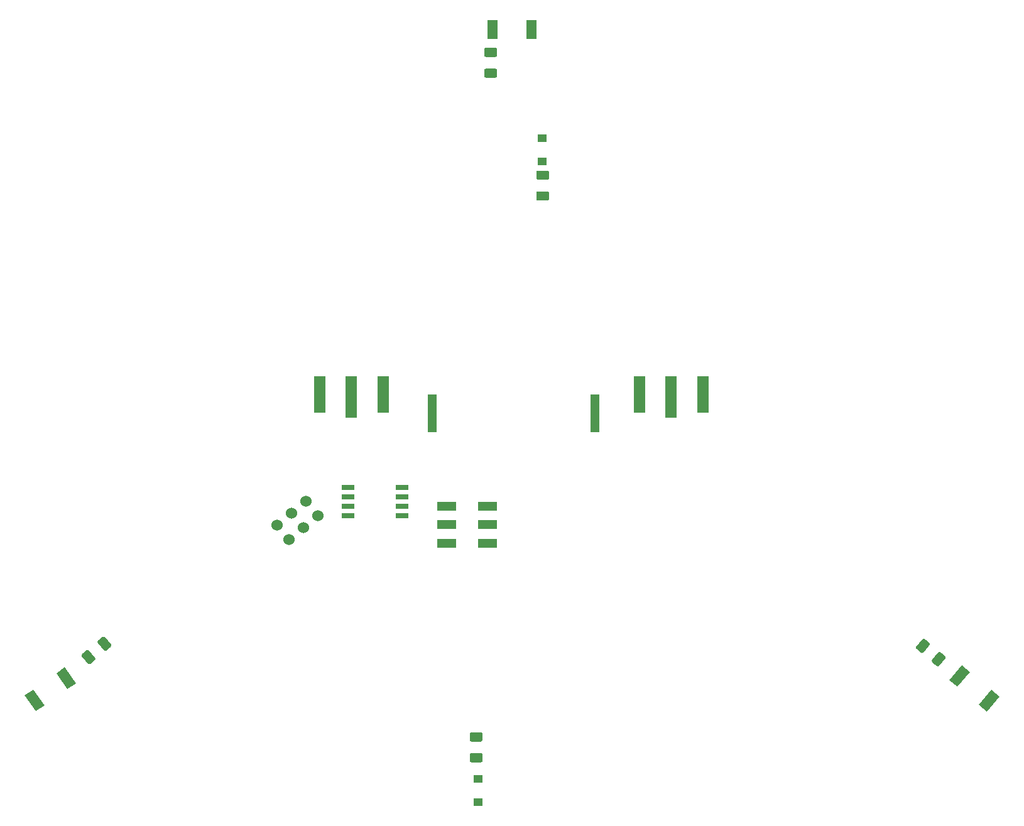
<source format=gbp>
%TF.GenerationSoftware,KiCad,Pcbnew,5.1.6-c6e7f7d~86~ubuntu18.04.1*%
%TF.CreationDate,2020-06-23T08:01:43-04:00*%
%TF.ProjectId,aerospace_badge,6165726f-7370-4616-9365-5f6261646765,V02*%
%TF.SameCoordinates,Original*%
%TF.FileFunction,Paste,Bot*%
%TF.FilePolarity,Positive*%
%FSLAX46Y46*%
G04 Gerber Fmt 4.6, Leading zero omitted, Abs format (unit mm)*
G04 Created by KiCad (PCBNEW 5.1.6-c6e7f7d~86~ubuntu18.04.1) date 2020-06-23 08:01:43*
%MOMM*%
%LPD*%
G01*
G04 APERTURE LIST*
%ADD10C,1.524000*%
%ADD11R,2.500000X1.200000*%
%ADD12R,1.400000X2.600000*%
%ADD13C,0.100000*%
%ADD14R,1.270000X5.080000*%
%ADD15R,1.600000X4.900000*%
%ADD16R,1.600000X5.600000*%
%ADD17R,1.700000X0.650000*%
%ADD18R,1.250000X1.080000*%
G04 APERTURE END LIST*
D10*
%TO.C,J3*%
X122269093Y-92240696D03*
X120636413Y-90294943D03*
X120323340Y-93873376D03*
X118690660Y-91927624D03*
X118377587Y-95506057D03*
X116744907Y-93560304D03*
%TD*%
D11*
%TO.C,SW1*%
X145110200Y-90961200D03*
X145110200Y-93461200D03*
X145110200Y-95961200D03*
X139610200Y-90961200D03*
X139610200Y-93461200D03*
X139610200Y-95961200D03*
%TD*%
D12*
%TO.C,D1*%
X150986800Y-26720800D03*
X145786800Y-26720800D03*
%TD*%
D13*
%TO.C,D3*%
G36*
X84220843Y-118623901D02*
G01*
X82729544Y-116494106D01*
X83876357Y-115691099D01*
X85367656Y-117820894D01*
X84220843Y-118623901D01*
G37*
G36*
X88480433Y-115641303D02*
G01*
X86989134Y-113511508D01*
X88135947Y-112708501D01*
X89627246Y-114838296D01*
X88480433Y-115641303D01*
G37*
%TD*%
%TO.C,D2*%
G36*
X210098539Y-113314746D02*
G01*
X208427291Y-115306461D01*
X207354829Y-114406558D01*
X209026077Y-112414843D01*
X210098539Y-113314746D01*
G37*
G36*
X214081971Y-116657242D02*
G01*
X212410723Y-118648957D01*
X211338261Y-117749054D01*
X213009509Y-115757339D01*
X214081971Y-116657242D01*
G37*
%TD*%
D14*
%TO.C,BT1*%
X137617700Y-78486000D03*
X159587700Y-78486000D03*
%TD*%
D15*
%TO.C,J2*%
X165589800Y-75951600D03*
D16*
X169849800Y-76301600D03*
D15*
X174109800Y-75951600D03*
%TD*%
%TO.C,R1*%
G36*
G01*
X146141600Y-30438600D02*
X144891600Y-30438600D01*
G75*
G02*
X144641600Y-30188600I0J250000D01*
G01*
X144641600Y-29438600D01*
G75*
G02*
X144891600Y-29188600I250000J0D01*
G01*
X146141600Y-29188600D01*
G75*
G02*
X146391600Y-29438600I0J-250000D01*
G01*
X146391600Y-30188600D01*
G75*
G02*
X146141600Y-30438600I-250000J0D01*
G01*
G37*
G36*
G01*
X146141600Y-33238600D02*
X144891600Y-33238600D01*
G75*
G02*
X144641600Y-32988600I0J250000D01*
G01*
X144641600Y-32238600D01*
G75*
G02*
X144891600Y-31988600I250000J0D01*
G01*
X146141600Y-31988600D01*
G75*
G02*
X146391600Y-32238600I0J-250000D01*
G01*
X146391600Y-32988600D01*
G75*
G02*
X146141600Y-33238600I-250000J0D01*
G01*
G37*
%TD*%
%TO.C,R2*%
G36*
G01*
X205024580Y-111684636D02*
X205828065Y-110727080D01*
G75*
G02*
X206180273Y-110696266I191511J-160697D01*
G01*
X206754806Y-111178357D01*
G75*
G02*
X206785620Y-111530565I-160697J-191511D01*
G01*
X205982135Y-112488120D01*
G75*
G02*
X205629927Y-112518934I-191511J160697D01*
G01*
X205055394Y-112036843D01*
G75*
G02*
X205024580Y-111684635I160697J191511D01*
G01*
G37*
G36*
G01*
X202879656Y-109884830D02*
X203683141Y-108927274D01*
G75*
G02*
X204035349Y-108896460I191511J-160697D01*
G01*
X204609882Y-109378551D01*
G75*
G02*
X204640696Y-109730759I-160697J-191511D01*
G01*
X203837211Y-110688314D01*
G75*
G02*
X203485003Y-110719128I-191511J160697D01*
G01*
X202910470Y-110237037D01*
G75*
G02*
X202879656Y-109884829I160697J191511D01*
G01*
G37*
%TD*%
%TO.C,R3*%
G36*
G01*
X91391412Y-110444086D02*
X92194896Y-111401641D01*
G75*
G02*
X92164082Y-111753849I-191511J-160697D01*
G01*
X91589549Y-112235940D01*
G75*
G02*
X91237341Y-112205126I-160697J191511D01*
G01*
X90433856Y-111247571D01*
G75*
G02*
X90464670Y-110895363I191511J160697D01*
G01*
X91039203Y-110413272D01*
G75*
G02*
X91391411Y-110444086I160697J-191511D01*
G01*
G37*
G36*
G01*
X93536336Y-108644280D02*
X94339820Y-109601835D01*
G75*
G02*
X94309006Y-109954043I-191511J-160697D01*
G01*
X93734473Y-110436134D01*
G75*
G02*
X93382265Y-110405320I-160697J191511D01*
G01*
X92578780Y-109447765D01*
G75*
G02*
X92609594Y-109095557I191511J160697D01*
G01*
X93184127Y-108613466D01*
G75*
G02*
X93536335Y-108644280I160697J-191511D01*
G01*
G37*
%TD*%
%TO.C,R4*%
G36*
G01*
X142935800Y-124266800D02*
X144185800Y-124266800D01*
G75*
G02*
X144435800Y-124516800I0J-250000D01*
G01*
X144435800Y-125266800D01*
G75*
G02*
X144185800Y-125516800I-250000J0D01*
G01*
X142935800Y-125516800D01*
G75*
G02*
X142685800Y-125266800I0J250000D01*
G01*
X142685800Y-124516800D01*
G75*
G02*
X142935800Y-124266800I250000J0D01*
G01*
G37*
G36*
G01*
X142935800Y-121466800D02*
X144185800Y-121466800D01*
G75*
G02*
X144435800Y-121716800I0J-250000D01*
G01*
X144435800Y-122466800D01*
G75*
G02*
X144185800Y-122716800I-250000J0D01*
G01*
X142935800Y-122716800D01*
G75*
G02*
X142685800Y-122466800I0J250000D01*
G01*
X142685800Y-121716800D01*
G75*
G02*
X142935800Y-121466800I250000J0D01*
G01*
G37*
%TD*%
%TO.C,R5*%
G36*
G01*
X153164700Y-46992700D02*
X151914700Y-46992700D01*
G75*
G02*
X151664700Y-46742700I0J250000D01*
G01*
X151664700Y-45992700D01*
G75*
G02*
X151914700Y-45742700I250000J0D01*
G01*
X153164700Y-45742700D01*
G75*
G02*
X153414700Y-45992700I0J-250000D01*
G01*
X153414700Y-46742700D01*
G75*
G02*
X153164700Y-46992700I-250000J0D01*
G01*
G37*
G36*
G01*
X153164700Y-49792700D02*
X151914700Y-49792700D01*
G75*
G02*
X151664700Y-49542700I0J250000D01*
G01*
X151664700Y-48792700D01*
G75*
G02*
X151914700Y-48542700I250000J0D01*
G01*
X153164700Y-48542700D01*
G75*
G02*
X153414700Y-48792700I0J-250000D01*
G01*
X153414700Y-49542700D01*
G75*
G02*
X153164700Y-49792700I-250000J0D01*
G01*
G37*
%TD*%
D17*
%TO.C,U1*%
X133558300Y-92240100D03*
X133558300Y-90970100D03*
X133558300Y-89700100D03*
X133558300Y-88430100D03*
X126258300Y-88430100D03*
X126258300Y-89700100D03*
X126258300Y-90970100D03*
X126258300Y-92240100D03*
%TD*%
D18*
%TO.C,D4*%
X143865600Y-127778900D03*
X143865600Y-130898900D03*
%TD*%
%TO.C,D5*%
X152438100Y-41406200D03*
X152438100Y-44526200D03*
%TD*%
D15*
%TO.C,J1*%
X131006000Y-75920600D03*
D16*
X126746000Y-76270600D03*
D15*
X122486000Y-75920600D03*
%TD*%
M02*

</source>
